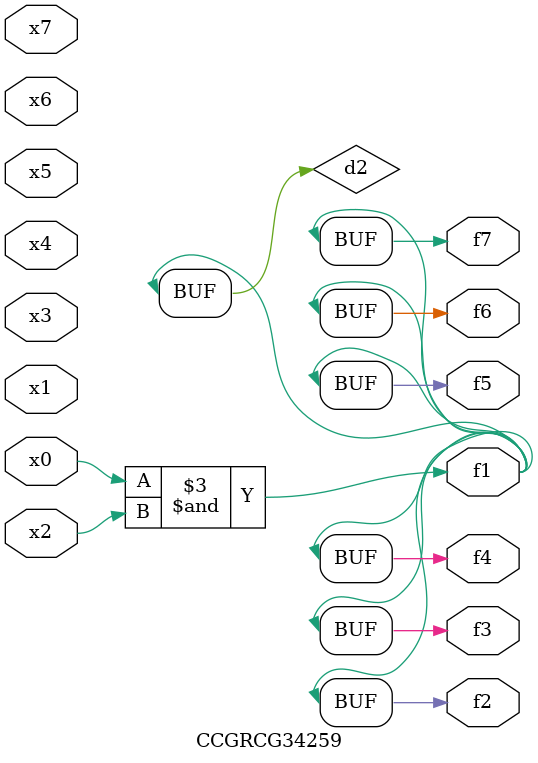
<source format=v>
module CCGRCG34259(
	input x0, x1, x2, x3, x4, x5, x6, x7,
	output f1, f2, f3, f4, f5, f6, f7
);

	wire d1, d2;

	nor (d1, x3, x6);
	and (d2, x0, x2);
	assign f1 = d2;
	assign f2 = d2;
	assign f3 = d2;
	assign f4 = d2;
	assign f5 = d2;
	assign f6 = d2;
	assign f7 = d2;
endmodule

</source>
